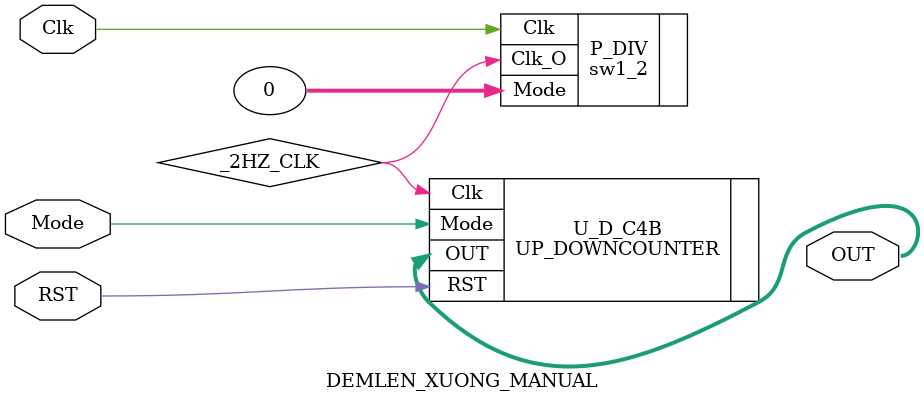
<source format=v>
`timescale 1ns / 1ps
`include "sw1_2.v"
`include "UP_DOWNCOUNTER.v"
module DEMLEN_XUONG_MANUAL(
	input Clk, 
	input RST,
	input Mode,
	output [3:0] OUT);
	wire _2HZ_CLK;
	sw1_2 P_DIV(.Clk(Clk), .Mode(0), .Clk_O(_2HZ_CLK));
	UP_DOWNCOUNTER U_D_C4B(.Clk(_2HZ_CLK), .RST(RST), .OUT(OUT), .Mode(Mode));
endmodule
</source>
